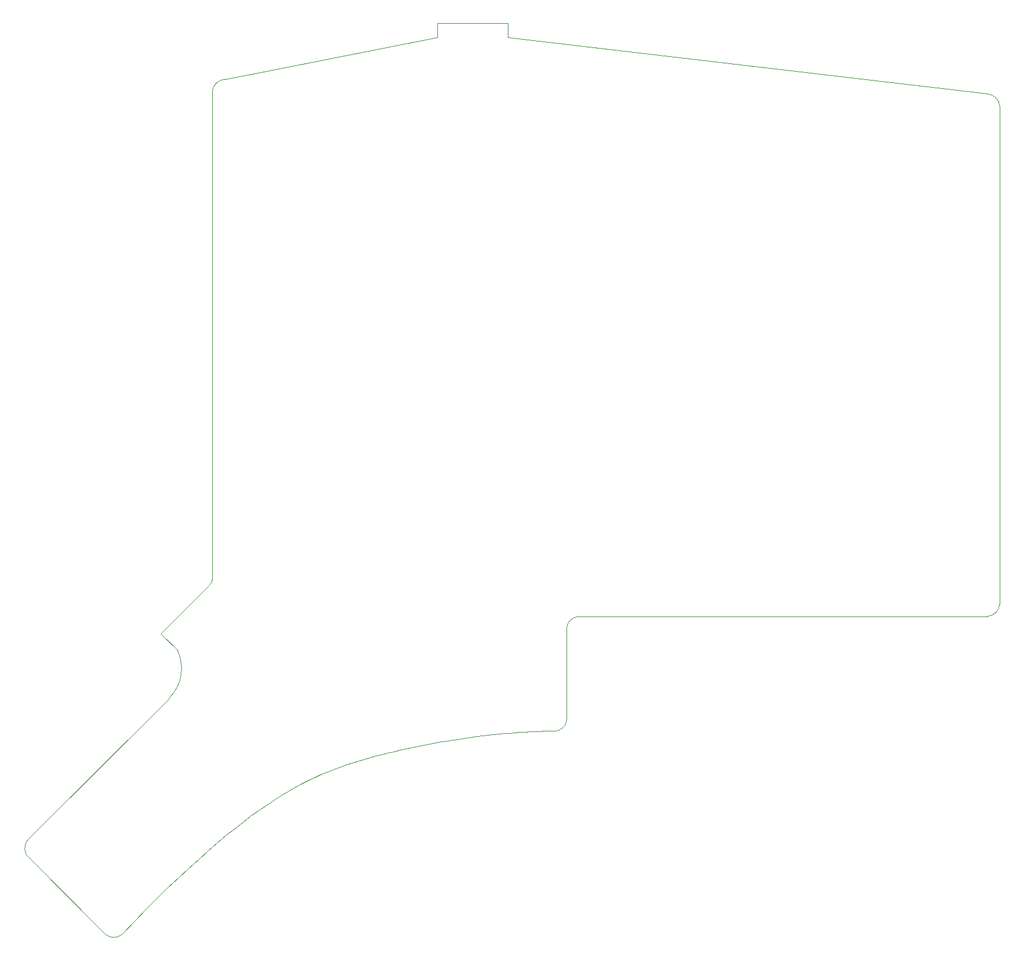
<source format=gbr>
%TF.GenerationSoftware,KiCad,Pcbnew,(6.0.7)*%
%TF.CreationDate,2022-09-06T15:05:26+03:00*%
%TF.ProjectId,retina-right,72657469-6e61-42d7-9269-6768742e6b69,1.0*%
%TF.SameCoordinates,Original*%
%TF.FileFunction,Profile,NP*%
%FSLAX46Y46*%
G04 Gerber Fmt 4.6, Leading zero omitted, Abs format (unit mm)*
G04 Created by KiCad (PCBNEW (6.0.7)) date 2022-09-06 15:05:26*
%MOMM*%
%LPD*%
G01*
G04 APERTURE LIST*
%TA.AperFunction,Profile*%
%ADD10C,0.050000*%
%TD*%
%ADD11C,0.050000*%
G04 APERTURE END LIST*
D10*
X235597454Y-139779663D02*
G75*
G03*
X237383367Y-137993705I-127554J1913463D01*
G01*
X98546947Y-171626044D02*
X118722916Y-151450075D01*
X237383347Y-66853869D02*
X237383367Y-137993704D01*
X167137607Y-57030986D02*
X235597442Y-65067929D01*
X126656500Y-62984088D02*
X157017343Y-57030986D01*
X124444613Y-135310228D02*
X117513401Y-142242031D01*
X124444620Y-135310237D02*
G75*
G03*
X124870575Y-134515942I-622220J845037D01*
G01*
X117513401Y-142242031D02*
X119898774Y-144627406D01*
X167137607Y-54947398D02*
X167137607Y-57030986D01*
X118722919Y-151450078D02*
G75*
G03*
X119898774Y-144627406I-4246219J4244478D01*
G01*
D11*
X98546947Y-171626044D02*
X98486004Y-171694702D01*
X98429052Y-171765553D01*
X98376089Y-171838449D01*
X98327114Y-171913239D01*
X98282126Y-171989777D01*
X98241123Y-172067913D01*
X98204104Y-172147499D01*
X98171068Y-172228387D01*
X98142013Y-172310427D01*
X98116938Y-172393472D01*
X98095842Y-172477373D01*
X98078723Y-172561981D01*
X98065580Y-172647147D01*
X98056412Y-172732724D01*
X98051217Y-172818563D01*
X98049995Y-172904515D01*
X98052743Y-172990432D01*
X98059461Y-173076165D01*
X98070147Y-173161566D01*
X98084800Y-173246486D01*
X98103418Y-173330777D01*
X98126001Y-173414290D01*
X98152546Y-173496876D01*
X98183053Y-173578388D01*
X98217520Y-173658676D01*
X98255946Y-173737592D01*
X98298330Y-173814988D01*
X98344670Y-173890715D01*
X98394965Y-173964624D01*
X98449214Y-174036568D01*
X98507415Y-174106397D01*
X98569567Y-174173963D01*
D10*
X235597452Y-139779630D02*
X177257086Y-139779520D01*
X175471201Y-141565456D02*
X175471201Y-154364253D01*
X237383372Y-66853867D02*
G75*
G03*
X235597442Y-65067929I-1913472J-127533D01*
G01*
D11*
X175471201Y-154364253D02*
X175465744Y-154455894D01*
X175455916Y-154546265D01*
X175441822Y-154635260D01*
X175423567Y-154722776D01*
X175401258Y-154808707D01*
X175375001Y-154892951D01*
X175344902Y-154975404D01*
X175311066Y-155055960D01*
X175273599Y-155134516D01*
X175232609Y-155210968D01*
X175188199Y-155285212D01*
X175140477Y-155357144D01*
X175089549Y-155426659D01*
X175035519Y-155493654D01*
X174978495Y-155558025D01*
X174918582Y-155619667D01*
X174855886Y-155678476D01*
X174790514Y-155734348D01*
X174722570Y-155787179D01*
X174652162Y-155836866D01*
X174579394Y-155883303D01*
X174504373Y-155926387D01*
X174427205Y-155966014D01*
X174347996Y-156002080D01*
X174266852Y-156034480D01*
X174183878Y-156063111D01*
X174099181Y-156087869D01*
X174012867Y-156108648D01*
X173925041Y-156125346D01*
X173835810Y-156137858D01*
X173745279Y-156146080D01*
X173653555Y-156149909D01*
X148241222Y-159714522D02*
X147391369Y-159941020D01*
X146542257Y-160177151D01*
X145691993Y-160425608D01*
X144838687Y-160689087D01*
X143980446Y-160970284D01*
X143115379Y-161271895D01*
X142241593Y-161596615D01*
X141357198Y-161947138D01*
X140460301Y-162326162D01*
X139549010Y-162736381D01*
X138621435Y-163180491D01*
X137675683Y-163661188D01*
X136709862Y-164181166D01*
X135722081Y-164743122D01*
X134710448Y-165349751D01*
X133673072Y-166003748D01*
X132608060Y-166707809D01*
X131513520Y-167464630D01*
X130387562Y-168276905D01*
X129228294Y-169147331D01*
X128033823Y-170078604D01*
X126802258Y-171073417D01*
X125531707Y-172134468D01*
X124220278Y-173264451D01*
X122866081Y-174466063D01*
X121467222Y-175741997D01*
X120021811Y-177094951D01*
X118527955Y-178527620D01*
X116983763Y-180042699D01*
X115387344Y-181642883D01*
X113736804Y-183330868D01*
X112030254Y-185109351D01*
D10*
X124870575Y-121622176D02*
X124870645Y-64770034D01*
X109482336Y-185086731D02*
X98569567Y-174173963D01*
X157017343Y-54947398D02*
X167137607Y-54947398D01*
D11*
X173653555Y-156149909D02*
X173007117Y-156153388D01*
X172345360Y-156163842D01*
X171668863Y-156181269D01*
X170978203Y-156205670D01*
X170273961Y-156237041D01*
X169556715Y-156275382D01*
X168827045Y-156320691D01*
X168085529Y-156372968D01*
X167332748Y-156432211D01*
X166569279Y-156498418D01*
X165795702Y-156571589D01*
X165012596Y-156651723D01*
X164220540Y-156738817D01*
X163420114Y-156832871D01*
X162611896Y-156933883D01*
X161796465Y-157041853D01*
X160974401Y-157156779D01*
X160146283Y-157278659D01*
X159312690Y-157407493D01*
X158474200Y-157543279D01*
X157631393Y-157686016D01*
X156784849Y-157835703D01*
X155935146Y-157992338D01*
X155082863Y-158155920D01*
X154228579Y-158326448D01*
X153372874Y-158503920D01*
X152516326Y-158688336D01*
X151659516Y-158879694D01*
X150803021Y-159077993D01*
X149947420Y-159283231D01*
X149093294Y-159495408D01*
X148241222Y-159714522D01*
D10*
X157017343Y-57030986D02*
X157017343Y-54947398D01*
X126656498Y-62984054D02*
G75*
G03*
X124870645Y-64770034I127302J-1913146D01*
G01*
D11*
X175471201Y-141565456D02*
X175473394Y-141476897D01*
X175479936Y-141388940D01*
X175490768Y-141301730D01*
X175505827Y-141215413D01*
X175525054Y-141130137D01*
X175548388Y-141046048D01*
X175575768Y-140963291D01*
X175607133Y-140882014D01*
X175642423Y-140802362D01*
X175681578Y-140724483D01*
X175724537Y-140648521D01*
X175771238Y-140574625D01*
X175821622Y-140502940D01*
X175875627Y-140433613D01*
X175933194Y-140366789D01*
X175994262Y-140302617D01*
X175994262Y-140302617D02*
X176058433Y-140241547D01*
X176125255Y-140183979D01*
X176194581Y-140129971D01*
X176266264Y-140079586D01*
X176340159Y-140032882D01*
X176416119Y-139989922D01*
X176493998Y-139950765D01*
X176573648Y-139915472D01*
X176654925Y-139884104D01*
X176737681Y-139856722D01*
X176821769Y-139833386D01*
X176907045Y-139814156D01*
X176993361Y-139799094D01*
X177080570Y-139788260D01*
X177168527Y-139781715D01*
X177257086Y-139779520D01*
D10*
X124870575Y-121622176D02*
X124870575Y-134515942D01*
D11*
X112030254Y-185109351D02*
X111961595Y-185170293D01*
X111890744Y-185227245D01*
X111817849Y-185280208D01*
X111743058Y-185329183D01*
X111666520Y-185374171D01*
X111588384Y-185415174D01*
X111508798Y-185452193D01*
X111427911Y-185485230D01*
X111345870Y-185514285D01*
X111262826Y-185539359D01*
X111178925Y-185560456D01*
X111094317Y-185577575D01*
X111009150Y-185590717D01*
X110923573Y-185599885D01*
X110837735Y-185605080D01*
X110751783Y-185606302D01*
X110665866Y-185603554D01*
X110580133Y-185596836D01*
X110494732Y-185586150D01*
X110409812Y-185571497D01*
X110325521Y-185552879D01*
X110242008Y-185530297D01*
X110159422Y-185503751D01*
X110077910Y-185473244D01*
X109997622Y-185438777D01*
X109918706Y-185400351D01*
X109841310Y-185357967D01*
X109765583Y-185311627D01*
X109691674Y-185261332D01*
X109619730Y-185207083D01*
X109549901Y-185148882D01*
X109482336Y-185086731D01*
M02*

</source>
